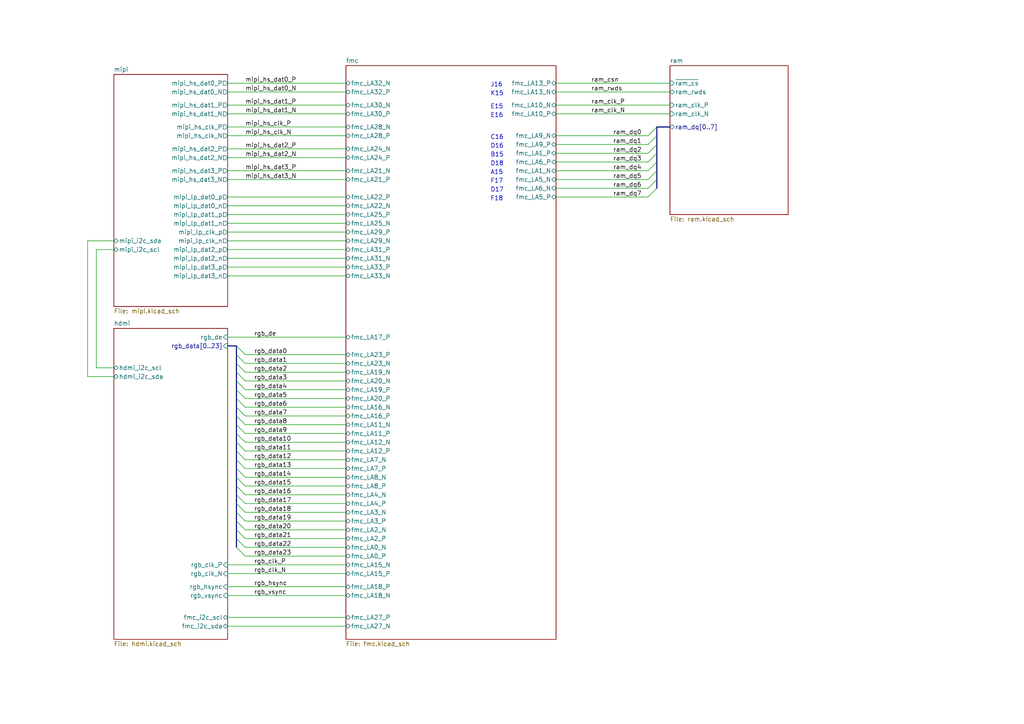
<source format=kicad_sch>
(kicad_sch
	(version 20250114)
	(generator "eeschema")
	(generator_version "9.0")
	(uuid "d19e166d-341d-462a-80b4-f2bdffaa1825")
	(paper "A4")
	(title_block
		(title "Overview")
		(date "2025")
		(rev "1")
		(company "Konstantin Schauwecker")
	)
	(lib_symbols)
	(text "D17"
		(exclude_from_sim no)
		(at 142.24 55.88 0)
		(effects
			(font
				(size 1.27 1.27)
			)
			(justify left bottom)
		)
		(uuid "0b8a4448-2094-4f78-8018-32958151849a")
	)
	(text "K15"
		(exclude_from_sim no)
		(at 142.24 27.94 0)
		(effects
			(font
				(size 1.27 1.27)
			)
			(justify left bottom)
		)
		(uuid "0b916f00-748d-45de-966d-d952abc6bf2b")
	)
	(text "A15"
		(exclude_from_sim no)
		(at 142.24 50.8 0)
		(effects
			(font
				(size 1.27 1.27)
			)
			(justify left bottom)
		)
		(uuid "1924c8fe-c4a4-4078-bd9e-f04cd2b6f384")
	)
	(text "C16"
		(exclude_from_sim no)
		(at 142.24 40.64 0)
		(effects
			(font
				(size 1.27 1.27)
			)
			(justify left bottom)
		)
		(uuid "1ed00d02-4b5a-4fcf-97a5-aa6eab095fd2")
	)
	(text "F17"
		(exclude_from_sim no)
		(at 142.24 53.34 0)
		(effects
			(font
				(size 1.27 1.27)
			)
			(justify left bottom)
		)
		(uuid "42c3028c-83f1-4eac-9ef7-0a9918c55198")
	)
	(text "E15"
		(exclude_from_sim no)
		(at 142.24 31.75 0)
		(effects
			(font
				(size 1.27 1.27)
			)
			(justify left bottom)
		)
		(uuid "6e443331-bd55-43dc-bfad-3248112e8b41")
	)
	(text "J16"
		(exclude_from_sim no)
		(at 142.24 25.4 0)
		(effects
			(font
				(size 1.27 1.27)
			)
			(justify left bottom)
		)
		(uuid "7175d92c-f100-444d-871f-fd4ca56b1b59")
	)
	(text "B15"
		(exclude_from_sim no)
		(at 142.24 45.72 0)
		(effects
			(font
				(size 1.27 1.27)
			)
			(justify left bottom)
		)
		(uuid "76067b58-b33b-4818-91a4-586c6ac9cf21")
	)
	(text "E16"
		(exclude_from_sim no)
		(at 142.24 34.29 0)
		(effects
			(font
				(size 1.27 1.27)
			)
			(justify left bottom)
		)
		(uuid "cba50359-c097-4aaf-88ea-e27a7705cfb5")
	)
	(text "F18"
		(exclude_from_sim no)
		(at 142.24 58.42 0)
		(effects
			(font
				(size 1.27 1.27)
			)
			(justify left bottom)
		)
		(uuid "cc3d2b01-2836-43b0-92ab-98f43b1b687a")
	)
	(text "D16"
		(exclude_from_sim no)
		(at 142.24 43.18 0)
		(effects
			(font
				(size 1.27 1.27)
			)
			(justify left bottom)
		)
		(uuid "ccd5f6ff-4214-4d5b-aaa8-b7ba32ed3b82")
	)
	(text "D18"
		(exclude_from_sim no)
		(at 142.24 48.26 0)
		(effects
			(font
				(size 1.27 1.27)
			)
			(justify left bottom)
		)
		(uuid "f033cbfc-1b85-48cd-a91c-76788a735c15")
	)
	(bus_entry
		(at 190.5 36.83)
		(size -2.54 2.54)
		(stroke
			(width 0)
			(type default)
		)
		(uuid "01e235bc-83af-410c-ae81-08adc21cd9af")
	)
	(bus_entry
		(at 68.58 156.21)
		(size 2.54 2.54)
		(stroke
			(width 0)
			(type default)
		)
		(uuid "0556cfbe-024c-4063-9426-e27e03e2a477")
	)
	(bus_entry
		(at 68.58 146.05)
		(size 2.54 2.54)
		(stroke
			(width 0)
			(type default)
		)
		(uuid "195384ae-7b6f-4072-90f2-984dc12b9693")
	)
	(bus_entry
		(at 68.58 113.03)
		(size 2.54 2.54)
		(stroke
			(width 0)
			(type default)
		)
		(uuid "24fc9be7-4d8d-4070-83c5-a2423362e6f5")
	)
	(bus_entry
		(at 190.5 39.37)
		(size -2.54 2.54)
		(stroke
			(width 0)
			(type default)
		)
		(uuid "2a3e9780-5fb1-4193-85a3-88aabd4b7f7c")
	)
	(bus_entry
		(at 68.58 123.19)
		(size 2.54 2.54)
		(stroke
			(width 0)
			(type default)
		)
		(uuid "2f6c63bf-019c-4495-b9a8-599f2a205f23")
	)
	(bus_entry
		(at 68.58 120.65)
		(size 2.54 2.54)
		(stroke
			(width 0)
			(type default)
		)
		(uuid "48e9877e-47f0-4343-aef5-61b98522f877")
	)
	(bus_entry
		(at 68.58 140.97)
		(size 2.54 2.54)
		(stroke
			(width 0)
			(type default)
		)
		(uuid "49fb9bda-c4d1-47eb-9a97-44274b544aee")
	)
	(bus_entry
		(at 68.58 133.35)
		(size 2.54 2.54)
		(stroke
			(width 0)
			(type default)
		)
		(uuid "4dc04be5-e4dd-40f8-9d3a-4185f6cc66a4")
	)
	(bus_entry
		(at 68.58 115.57)
		(size 2.54 2.54)
		(stroke
			(width 0)
			(type default)
		)
		(uuid "4ed1f892-80a0-4acd-b7b8-2af221c4da72")
	)
	(bus_entry
		(at 190.5 46.99)
		(size -2.54 2.54)
		(stroke
			(width 0)
			(type default)
		)
		(uuid "52680317-9e01-4378-a3b5-eced5e51fd8a")
	)
	(bus_entry
		(at 68.58 130.81)
		(size 2.54 2.54)
		(stroke
			(width 0)
			(type default)
		)
		(uuid "533485cd-4176-4326-8738-91c6a767e26b")
	)
	(bus_entry
		(at 68.58 143.51)
		(size 2.54 2.54)
		(stroke
			(width 0)
			(type default)
		)
		(uuid "5c018f4a-dbf8-46c0-b736-f5247eff7713")
	)
	(bus_entry
		(at 68.58 151.13)
		(size 2.54 2.54)
		(stroke
			(width 0)
			(type default)
		)
		(uuid "5e50d0d0-69a9-4593-9fbb-64fba8b69eae")
	)
	(bus_entry
		(at 68.58 107.95)
		(size 2.54 2.54)
		(stroke
			(width 0)
			(type default)
		)
		(uuid "69d6c65c-de18-45ce-a3f5-b7d89d5b3411")
	)
	(bus_entry
		(at 68.58 158.75)
		(size 2.54 2.54)
		(stroke
			(width 0)
			(type default)
		)
		(uuid "7369bb31-b59a-4bdd-b525-152db8650e00")
	)
	(bus_entry
		(at 190.5 52.07)
		(size -2.54 2.54)
		(stroke
			(width 0)
			(type default)
		)
		(uuid "800262dc-21fa-47b0-8045-caabf365bae3")
	)
	(bus_entry
		(at 190.5 41.91)
		(size -2.54 2.54)
		(stroke
			(width 0)
			(type default)
		)
		(uuid "86107f30-9701-441d-b1d9-5251180b231d")
	)
	(bus_entry
		(at 68.58 102.87)
		(size 2.54 2.54)
		(stroke
			(width 0)
			(type default)
		)
		(uuid "9c5ee1d0-7315-431d-96bb-890fe6c693d6")
	)
	(bus_entry
		(at 68.58 128.27)
		(size 2.54 2.54)
		(stroke
			(width 0)
			(type default)
		)
		(uuid "9e6c87dd-9629-4851-98d9-80d71b4250eb")
	)
	(bus_entry
		(at 68.58 135.89)
		(size 2.54 2.54)
		(stroke
			(width 0)
			(type default)
		)
		(uuid "a57fec37-ff91-4699-ba38-6790175d96eb")
	)
	(bus_entry
		(at 68.58 110.49)
		(size 2.54 2.54)
		(stroke
			(width 0)
			(type default)
		)
		(uuid "a93227d3-3292-4bc2-8ea5-fff9443a0c24")
	)
	(bus_entry
		(at 68.58 118.11)
		(size 2.54 2.54)
		(stroke
			(width 0)
			(type default)
		)
		(uuid "c4a5c4e9-53db-4006-971c-d603515bde20")
	)
	(bus_entry
		(at 68.58 153.67)
		(size 2.54 2.54)
		(stroke
			(width 0)
			(type default)
		)
		(uuid "d96106bf-65ec-463a-8d28-5e2faf8fbc66")
	)
	(bus_entry
		(at 190.5 44.45)
		(size -2.54 2.54)
		(stroke
			(width 0)
			(type default)
		)
		(uuid "e5794df6-b16f-4c80-ab0c-8ff4668cf6ba")
	)
	(bus_entry
		(at 68.58 125.73)
		(size 2.54 2.54)
		(stroke
			(width 0)
			(type default)
		)
		(uuid "f3f23ca4-ee2b-45b6-a31d-9f066633b4b6")
	)
	(bus_entry
		(at 190.5 54.61)
		(size -2.54 2.54)
		(stroke
			(width 0)
			(type default)
		)
		(uuid "f5da126e-63c7-4fd0-aa72-fcf0f751d529")
	)
	(bus_entry
		(at 68.58 138.43)
		(size 2.54 2.54)
		(stroke
			(width 0)
			(type default)
		)
		(uuid "fa941b25-f8ee-48d6-af3d-3c4eef15bc54")
	)
	(bus_entry
		(at 68.58 105.41)
		(size 2.54 2.54)
		(stroke
			(width 0)
			(type default)
		)
		(uuid "fd8ab069-3000-4c0a-8f6c-7fbe2f9ee42b")
	)
	(bus_entry
		(at 68.58 148.59)
		(size 2.54 2.54)
		(stroke
			(width 0)
			(type default)
		)
		(uuid "fe6499fa-220f-4d5b-9574-32e6b82a8ae3")
	)
	(bus_entry
		(at 190.5 49.53)
		(size -2.54 2.54)
		(stroke
			(width 0)
			(type default)
		)
		(uuid "ff9882ac-09f5-4d70-8d81-5b6ab58465f7")
	)
	(bus_entry
		(at 68.58 100.33)
		(size 2.54 2.54)
		(stroke
			(width 0)
			(type default)
		)
		(uuid "ffe50cae-9f18-414d-8654-895f39e7b57f")
	)
	(wire
		(pts
			(xy 161.29 49.53) (xy 187.96 49.53)
		)
		(stroke
			(width 0)
			(type default)
		)
		(uuid "046cdf68-0e51-4868-96c0-9b9b4df64581")
	)
	(wire
		(pts
			(xy 71.12 118.11) (xy 100.33 118.11)
		)
		(stroke
			(width 0)
			(type default)
		)
		(uuid "089dd3db-d886-407b-b143-46bd69e774a6")
	)
	(wire
		(pts
			(xy 161.29 44.45) (xy 187.96 44.45)
		)
		(stroke
			(width 0)
			(type default)
		)
		(uuid "09d0dfc5-1f08-49d5-a10a-4837128aadfa")
	)
	(bus
		(pts
			(xy 68.58 118.11) (xy 68.58 120.65)
		)
		(stroke
			(width 0)
			(type default)
		)
		(uuid "0dbed6d5-c739-4d20-8057-145f1a895def")
	)
	(bus
		(pts
			(xy 190.5 49.53) (xy 190.5 52.07)
		)
		(stroke
			(width 0)
			(type default)
		)
		(uuid "0ebef8f2-45b6-45dc-b308-b40cc1859e98")
	)
	(wire
		(pts
			(xy 71.12 120.65) (xy 100.33 120.65)
		)
		(stroke
			(width 0)
			(type default)
		)
		(uuid "10f5afd5-384c-4290-a1b4-ef6e4847115d")
	)
	(wire
		(pts
			(xy 27.94 72.39) (xy 33.02 72.39)
		)
		(stroke
			(width 0)
			(type default)
		)
		(uuid "147fa574-515f-4a08-8a3a-367dddb777f8")
	)
	(wire
		(pts
			(xy 66.04 59.69) (xy 100.33 59.69)
		)
		(stroke
			(width 0)
			(type default)
		)
		(uuid "1ad3b0c4-1a41-4126-a20a-f767965917cc")
	)
	(wire
		(pts
			(xy 66.04 74.93) (xy 100.33 74.93)
		)
		(stroke
			(width 0)
			(type default)
		)
		(uuid "1e044d82-8b07-4fc0-92a7-5bcbb1a18865")
	)
	(wire
		(pts
			(xy 71.12 128.27) (xy 100.33 128.27)
		)
		(stroke
			(width 0)
			(type default)
		)
		(uuid "1e934235-86e4-4687-8f78-c1dfaca5d8ba")
	)
	(bus
		(pts
			(xy 68.58 148.59) (xy 68.58 151.13)
		)
		(stroke
			(width 0)
			(type default)
		)
		(uuid "1f9fdc4a-1f13-4b57-8f1c-873201ff0db6")
	)
	(wire
		(pts
			(xy 71.12 125.73) (xy 100.33 125.73)
		)
		(stroke
			(width 0)
			(type default)
		)
		(uuid "26a55805-f6de-44c1-b284-15871a33ec3a")
	)
	(wire
		(pts
			(xy 66.04 77.47) (xy 100.33 77.47)
		)
		(stroke
			(width 0)
			(type default)
		)
		(uuid "2c1b11e6-f223-4f1a-8afe-941d1f04dd83")
	)
	(wire
		(pts
			(xy 66.04 49.53) (xy 100.33 49.53)
		)
		(stroke
			(width 0)
			(type default)
		)
		(uuid "32b83737-5aa7-45dd-a708-3d24b324ad6b")
	)
	(wire
		(pts
			(xy 66.04 166.37) (xy 100.33 166.37)
		)
		(stroke
			(width 0)
			(type default)
		)
		(uuid "35f77849-eab3-48aa-a08a-bf66e9679d7c")
	)
	(wire
		(pts
			(xy 66.04 179.07) (xy 100.33 179.07)
		)
		(stroke
			(width 0)
			(type default)
		)
		(uuid "38c9c68b-d359-484d-a38a-861f9be603c2")
	)
	(bus
		(pts
			(xy 68.58 110.49) (xy 68.58 113.03)
		)
		(stroke
			(width 0)
			(type default)
		)
		(uuid "3af518a4-e61d-4674-ab0f-483db014d6b8")
	)
	(wire
		(pts
			(xy 71.12 130.81) (xy 100.33 130.81)
		)
		(stroke
			(width 0)
			(type default)
		)
		(uuid "3b8fd39e-58a4-4d5d-8c34-0bcc92d98fc5")
	)
	(wire
		(pts
			(xy 66.04 170.18) (xy 100.33 170.18)
		)
		(stroke
			(width 0)
			(type default)
		)
		(uuid "3bb1f6aa-053f-41d3-ac78-8a0a42140be4")
	)
	(wire
		(pts
			(xy 71.12 115.57) (xy 100.33 115.57)
		)
		(stroke
			(width 0)
			(type default)
		)
		(uuid "44db7dc5-fcfb-4dce-a76f-3f96bf4db116")
	)
	(bus
		(pts
			(xy 194.31 36.83) (xy 190.5 36.83)
		)
		(stroke
			(width 0)
			(type default)
		)
		(uuid "45720bf4-79c7-422c-80ff-160d6c5f97aa")
	)
	(wire
		(pts
			(xy 71.12 135.89) (xy 100.33 135.89)
		)
		(stroke
			(width 0)
			(type default)
		)
		(uuid "4843d4b4-6d1c-4c4f-afa6-e9fc9527747f")
	)
	(wire
		(pts
			(xy 71.12 123.19) (xy 100.33 123.19)
		)
		(stroke
			(width 0)
			(type default)
		)
		(uuid "4ab10550-ec15-45c5-ac65-72ceeec92db9")
	)
	(wire
		(pts
			(xy 71.12 148.59) (xy 100.33 148.59)
		)
		(stroke
			(width 0)
			(type default)
		)
		(uuid "55edcea6-200f-4e99-b93c-a7c1b6717b86")
	)
	(wire
		(pts
			(xy 71.12 138.43) (xy 100.33 138.43)
		)
		(stroke
			(width 0)
			(type default)
		)
		(uuid "56a8cfd7-52e3-4ea7-adbd-13195436c347")
	)
	(bus
		(pts
			(xy 68.58 113.03) (xy 68.58 115.57)
		)
		(stroke
			(width 0)
			(type default)
		)
		(uuid "59280b5e-99e5-45c2-9ec6-99ec60786f3c")
	)
	(bus
		(pts
			(xy 68.58 135.89) (xy 68.58 138.43)
		)
		(stroke
			(width 0)
			(type default)
		)
		(uuid "59c1a84b-1af2-4725-88e5-15c7b7585b6c")
	)
	(wire
		(pts
			(xy 66.04 57.15) (xy 100.33 57.15)
		)
		(stroke
			(width 0)
			(type default)
		)
		(uuid "5bf47412-f261-4dab-92e4-bd40cd85ff97")
	)
	(wire
		(pts
			(xy 33.02 106.68) (xy 27.94 106.68)
		)
		(stroke
			(width 0)
			(type default)
		)
		(uuid "5d81ff70-faed-477e-9688-84edc6d009ae")
	)
	(bus
		(pts
			(xy 68.58 153.67) (xy 68.58 156.21)
		)
		(stroke
			(width 0)
			(type default)
		)
		(uuid "5e3f4a99-a588-4df3-b3f7-1559a77defe4")
	)
	(wire
		(pts
			(xy 66.04 39.37) (xy 100.33 39.37)
		)
		(stroke
			(width 0)
			(type default)
		)
		(uuid "605e2e6b-76c3-45eb-a1b0-8e9f047d3909")
	)
	(bus
		(pts
			(xy 68.58 156.21) (xy 68.58 158.75)
		)
		(stroke
			(width 0)
			(type default)
		)
		(uuid "667ab260-e8b2-4776-ad7f-55fa0bf22535")
	)
	(wire
		(pts
			(xy 71.12 140.97) (xy 100.33 140.97)
		)
		(stroke
			(width 0)
			(type default)
		)
		(uuid "69378cb0-cfc1-4102-ad3b-775add2f49d6")
	)
	(bus
		(pts
			(xy 190.5 39.37) (xy 190.5 41.91)
		)
		(stroke
			(width 0)
			(type default)
		)
		(uuid "6bbdde4e-e32c-423f-a5b0-636caa7716c9")
	)
	(wire
		(pts
			(xy 66.04 26.67) (xy 100.33 26.67)
		)
		(stroke
			(width 0)
			(type default)
		)
		(uuid "6eff4a36-c4bb-4d14-b9c6-3a05e3f64967")
	)
	(bus
		(pts
			(xy 68.58 133.35) (xy 68.58 135.89)
		)
		(stroke
			(width 0)
			(type default)
		)
		(uuid "6ffbce4f-0865-4335-abda-ef0752a0f6bf")
	)
	(wire
		(pts
			(xy 66.04 33.02) (xy 100.33 33.02)
		)
		(stroke
			(width 0)
			(type default)
		)
		(uuid "72a47442-59bb-440a-8e12-300593b54672")
	)
	(wire
		(pts
			(xy 71.12 143.51) (xy 100.33 143.51)
		)
		(stroke
			(width 0)
			(type default)
		)
		(uuid "75b9671c-de7b-4a20-bc41-d63dbc60040b")
	)
	(bus
		(pts
			(xy 68.58 143.51) (xy 68.58 146.05)
		)
		(stroke
			(width 0)
			(type default)
		)
		(uuid "770a6c71-2085-4a59-8f6c-f39a2275b6ec")
	)
	(wire
		(pts
			(xy 33.02 69.85) (xy 25.4 69.85)
		)
		(stroke
			(width 0)
			(type default)
		)
		(uuid "79387c5d-5c73-4476-8aad-e6890844f98d")
	)
	(wire
		(pts
			(xy 66.04 67.31) (xy 100.33 67.31)
		)
		(stroke
			(width 0)
			(type default)
		)
		(uuid "793e66da-38d1-48dc-90a0-09fc1b6b3dc2")
	)
	(bus
		(pts
			(xy 68.58 140.97) (xy 68.58 143.51)
		)
		(stroke
			(width 0)
			(type default)
		)
		(uuid "7a2e7a4f-f730-4ed1-843b-ff59281f9cb9")
	)
	(wire
		(pts
			(xy 71.12 153.67) (xy 100.33 153.67)
		)
		(stroke
			(width 0)
			(type default)
		)
		(uuid "7b36c33f-5d51-4b73-af7f-ed490cc082b4")
	)
	(wire
		(pts
			(xy 71.12 113.03) (xy 100.33 113.03)
		)
		(stroke
			(width 0)
			(type default)
		)
		(uuid "7ce4dfaa-9727-438b-967f-3a1451130fe8")
	)
	(wire
		(pts
			(xy 66.04 45.72) (xy 100.33 45.72)
		)
		(stroke
			(width 0)
			(type default)
		)
		(uuid "7e908fe9-78bb-4877-817d-de6076a04bc5")
	)
	(wire
		(pts
			(xy 161.29 24.13) (xy 194.31 24.13)
		)
		(stroke
			(width 0)
			(type default)
		)
		(uuid "9127cf84-efd7-4ffa-83bd-fd8b9440f557")
	)
	(wire
		(pts
			(xy 71.12 156.21) (xy 100.33 156.21)
		)
		(stroke
			(width 0)
			(type default)
		)
		(uuid "91c23962-96be-44e2-8474-4be40a0cbb04")
	)
	(wire
		(pts
			(xy 71.12 107.95) (xy 100.33 107.95)
		)
		(stroke
			(width 0)
			(type default)
		)
		(uuid "9248da9c-4eb3-490c-8f4a-bbc9bb016a6d")
	)
	(wire
		(pts
			(xy 66.04 69.85) (xy 100.33 69.85)
		)
		(stroke
			(width 0)
			(type default)
		)
		(uuid "92a73380-b3b0-4c9b-ae1e-5095c5018959")
	)
	(wire
		(pts
			(xy 27.94 72.39) (xy 27.94 106.68)
		)
		(stroke
			(width 0)
			(type default)
		)
		(uuid "938e2e7d-b506-4554-befa-abb6ce165372")
	)
	(wire
		(pts
			(xy 66.04 172.72) (xy 100.33 172.72)
		)
		(stroke
			(width 0)
			(type default)
		)
		(uuid "97e1deee-9a5e-4092-a7ed-8c112ac607c1")
	)
	(wire
		(pts
			(xy 66.04 80.01) (xy 100.33 80.01)
		)
		(stroke
			(width 0)
			(type default)
		)
		(uuid "98ce243d-52c3-4a9b-8881-fbefc30f6c0d")
	)
	(wire
		(pts
			(xy 161.29 33.02) (xy 194.31 33.02)
		)
		(stroke
			(width 0)
			(type default)
		)
		(uuid "9b97424f-726b-4eea-94e4-924b83ff8a57")
	)
	(wire
		(pts
			(xy 161.29 54.61) (xy 187.96 54.61)
		)
		(stroke
			(width 0)
			(type default)
		)
		(uuid "9c4e9fa0-93a6-4804-9b62-7a107a47f9b2")
	)
	(wire
		(pts
			(xy 161.29 52.07) (xy 187.96 52.07)
		)
		(stroke
			(width 0)
			(type default)
		)
		(uuid "9e496516-d698-43db-8435-332892abc313")
	)
	(wire
		(pts
			(xy 161.29 57.15) (xy 187.96 57.15)
		)
		(stroke
			(width 0)
			(type default)
		)
		(uuid "a06bede7-1d59-4f64-926b-b9d149c1acf4")
	)
	(wire
		(pts
			(xy 161.29 46.99) (xy 187.96 46.99)
		)
		(stroke
			(width 0)
			(type default)
		)
		(uuid "a44782f0-f6c9-4a3b-91ff-28580ee9a955")
	)
	(wire
		(pts
			(xy 71.12 133.35) (xy 100.33 133.35)
		)
		(stroke
			(width 0)
			(type default)
		)
		(uuid "a486281b-6951-4989-a6df-5b6c8e453ab5")
	)
	(bus
		(pts
			(xy 68.58 120.65) (xy 68.58 123.19)
		)
		(stroke
			(width 0)
			(type default)
		)
		(uuid "a57f0187-07f0-464c-b01d-594a4eb992b1")
	)
	(wire
		(pts
			(xy 71.12 105.41) (xy 100.33 105.41)
		)
		(stroke
			(width 0)
			(type default)
		)
		(uuid "a84bfe20-b628-44a4-b805-3e13819d4f57")
	)
	(wire
		(pts
			(xy 66.04 24.13) (xy 100.33 24.13)
		)
		(stroke
			(width 0)
			(type default)
		)
		(uuid "a860d1da-6514-4df6-ba5f-b258a17426e0")
	)
	(bus
		(pts
			(xy 190.5 46.99) (xy 190.5 49.53)
		)
		(stroke
			(width 0)
			(type default)
		)
		(uuid "af44a6e8-664f-4aeb-9e15-88dcc2d1b228")
	)
	(bus
		(pts
			(xy 68.58 146.05) (xy 68.58 148.59)
		)
		(stroke
			(width 0)
			(type default)
		)
		(uuid "b04b77e1-733f-4063-ab7b-e7e704281757")
	)
	(wire
		(pts
			(xy 66.04 43.18) (xy 100.33 43.18)
		)
		(stroke
			(width 0)
			(type default)
		)
		(uuid "b5d91732-0cbc-451c-8c5a-c0a76b86bb2c")
	)
	(bus
		(pts
			(xy 190.5 44.45) (xy 190.5 46.99)
		)
		(stroke
			(width 0)
			(type default)
		)
		(uuid "b9a02b16-65e2-4b95-94cf-32cb6aaf5ddc")
	)
	(wire
		(pts
			(xy 66.04 62.23) (xy 100.33 62.23)
		)
		(stroke
			(width 0)
			(type default)
		)
		(uuid "b9cd9e71-64dd-443c-a707-4c6dead01db5")
	)
	(bus
		(pts
			(xy 190.5 52.07) (xy 190.5 54.61)
		)
		(stroke
			(width 0)
			(type default)
		)
		(uuid "ba5227c3-8a39-43f2-9d11-e50e9b134547")
	)
	(wire
		(pts
			(xy 66.04 30.48) (xy 100.33 30.48)
		)
		(stroke
			(width 0)
			(type default)
		)
		(uuid "bb1fd890-013a-465d-81ed-1491798a7980")
	)
	(wire
		(pts
			(xy 66.04 52.07) (xy 100.33 52.07)
		)
		(stroke
			(width 0)
			(type default)
		)
		(uuid "bf3a93a6-366a-4e55-9c79-1ca5818ea59e")
	)
	(wire
		(pts
			(xy 71.12 146.05) (xy 100.33 146.05)
		)
		(stroke
			(width 0)
			(type default)
		)
		(uuid "c0b77881-97fa-47b8-924e-24314d37d830")
	)
	(bus
		(pts
			(xy 190.5 41.91) (xy 190.5 44.45)
		)
		(stroke
			(width 0)
			(type default)
		)
		(uuid "c191bd67-e75f-41b5-9551-c4c2ad3e39c4")
	)
	(wire
		(pts
			(xy 71.12 158.75) (xy 100.33 158.75)
		)
		(stroke
			(width 0)
			(type default)
		)
		(uuid "c26492e1-72e6-4952-be3c-267f7f24e3e6")
	)
	(bus
		(pts
			(xy 66.04 100.33) (xy 68.58 100.33)
		)
		(stroke
			(width 0)
			(type default)
		)
		(uuid "c412e3ed-e8ba-42ca-bbc1-c8e3e3a035a4")
	)
	(wire
		(pts
			(xy 161.29 41.91) (xy 187.96 41.91)
		)
		(stroke
			(width 0)
			(type default)
		)
		(uuid "c472eee2-558a-49d0-812e-7f728226a3fa")
	)
	(bus
		(pts
			(xy 68.58 105.41) (xy 68.58 107.95)
		)
		(stroke
			(width 0)
			(type default)
		)
		(uuid "caf5661b-255c-4d9e-8df1-a1cf6767f5e0")
	)
	(wire
		(pts
			(xy 66.04 64.77) (xy 100.33 64.77)
		)
		(stroke
			(width 0)
			(type default)
		)
		(uuid "ccc6a8a9-3e7f-41c9-9c0a-7f2207aa6ee3")
	)
	(bus
		(pts
			(xy 68.58 102.87) (xy 68.58 105.41)
		)
		(stroke
			(width 0)
			(type default)
		)
		(uuid "d26fa239-f4bc-4142-91be-fa6601f75061")
	)
	(wire
		(pts
			(xy 71.12 161.29) (xy 100.33 161.29)
		)
		(stroke
			(width 0)
			(type default)
		)
		(uuid "d468b431-1bc9-4e17-857b-bd5bb4f04107")
	)
	(bus
		(pts
			(xy 68.58 138.43) (xy 68.58 140.97)
		)
		(stroke
			(width 0)
			(type default)
		)
		(uuid "d5b04cc4-70c4-42be-bc77-d2a319bab439")
	)
	(bus
		(pts
			(xy 68.58 128.27) (xy 68.58 130.81)
		)
		(stroke
			(width 0)
			(type default)
		)
		(uuid "d9a929de-0acf-4de2-92d2-f6b5b212b30c")
	)
	(wire
		(pts
			(xy 66.04 97.79) (xy 100.33 97.79)
		)
		(stroke
			(width 0)
			(type default)
		)
		(uuid "da5eec22-262d-4a5b-9ee6-5d1e7c2194a3")
	)
	(wire
		(pts
			(xy 71.12 102.87) (xy 100.33 102.87)
		)
		(stroke
			(width 0)
			(type default)
		)
		(uuid "e0843e90-1f2e-4431-ab93-a47d9fd20cde")
	)
	(bus
		(pts
			(xy 68.58 123.19) (xy 68.58 125.73)
		)
		(stroke
			(width 0)
			(type default)
		)
		(uuid "e15f33c5-95f7-4f3f-a0f5-143654d351af")
	)
	(bus
		(pts
			(xy 68.58 107.95) (xy 68.58 110.49)
		)
		(stroke
			(width 0)
			(type default)
		)
		(uuid "e242b67e-ce11-4ed0-b716-428a378dba1d")
	)
	(wire
		(pts
			(xy 25.4 69.85) (xy 25.4 109.22)
		)
		(stroke
			(width 0)
			(type default)
		)
		(uuid "e2e1b016-fcdb-4f9e-88a6-a1788ecc93e5")
	)
	(wire
		(pts
			(xy 66.04 181.61) (xy 100.33 181.61)
		)
		(stroke
			(width 0)
			(type default)
		)
		(uuid "e5c9c077-e506-4154-8683-e5e4f1afc0b2")
	)
	(bus
		(pts
			(xy 190.5 36.83) (xy 190.5 39.37)
		)
		(stroke
			(width 0)
			(type default)
		)
		(uuid "e6d26ed1-75cd-41de-8aca-52cc3d90ffb1")
	)
	(wire
		(pts
			(xy 71.12 151.13) (xy 100.33 151.13)
		)
		(stroke
			(width 0)
			(type default)
		)
		(uuid "e7cef231-1463-4243-91ba-651226f19ed2")
	)
	(wire
		(pts
			(xy 161.29 39.37) (xy 187.96 39.37)
		)
		(stroke
			(width 0)
			(type default)
		)
		(uuid "e837c10b-c831-4167-bc9f-a46e962bfe08")
	)
	(wire
		(pts
			(xy 66.04 72.39) (xy 100.33 72.39)
		)
		(stroke
			(width 0)
			(type default)
		)
		(uuid "eb3c53ab-8155-4be6-9d05-079988116d9a")
	)
	(wire
		(pts
			(xy 71.12 110.49) (xy 100.33 110.49)
		)
		(stroke
			(width 0)
			(type default)
		)
		(uuid "ebadd61b-0489-4264-8b29-1e9f3f105f2c")
	)
	(wire
		(pts
			(xy 66.04 163.83) (xy 100.33 163.83)
		)
		(stroke
			(width 0)
			(type default)
		)
		(uuid "ef0a093d-7780-4ce9-a6c0-a12a3c2c3419")
	)
	(wire
		(pts
			(xy 25.4 109.22) (xy 33.02 109.22)
		)
		(stroke
			(width 0)
			(type default)
		)
		(uuid "f1dab477-cba7-4c6e-9b9b-2a5996cc9b0b")
	)
	(bus
		(pts
			(xy 68.58 130.81) (xy 68.58 133.35)
		)
		(stroke
			(width 0)
			(type default)
		)
		(uuid "f1e3a325-8f79-4d80-b39f-a0eb1a524bc0")
	)
	(bus
		(pts
			(xy 68.58 115.57) (xy 68.58 118.11)
		)
		(stroke
			(width 0)
			(type default)
		)
		(uuid "f2f64050-79b4-46f5-aea1-d4c800753172")
	)
	(bus
		(pts
			(xy 68.58 100.33) (xy 68.58 102.87)
		)
		(stroke
			(width 0)
			(type default)
		)
		(uuid "f3212afc-0f1c-4423-a2dd-4a4769f0c171")
	)
	(wire
		(pts
			(xy 161.29 26.67) (xy 194.31 26.67)
		)
		(stroke
			(width 0)
			(type default)
		)
		(uuid "f655a92e-02f7-4cd4-aabb-88329e4fda2c")
	)
	(wire
		(pts
			(xy 66.04 36.83) (xy 100.33 36.83)
		)
		(stroke
			(width 0)
			(type default)
		)
		(uuid "fc413a52-5601-4244-994f-8b1f5cd1993b")
	)
	(wire
		(pts
			(xy 161.29 30.48) (xy 194.31 30.48)
		)
		(stroke
			(width 0)
			(type default)
		)
		(uuid "ff63fa15-4715-4939-b6e2-c33d48b32f4c")
	)
	(bus
		(pts
			(xy 68.58 125.73) (xy 68.58 128.27)
		)
		(stroke
			(width 0)
			(type default)
		)
		(uuid "ff7ee9e0-442c-4789-8a71-07382a4d57a4")
	)
	(bus
		(pts
			(xy 68.58 151.13) (xy 68.58 153.67)
		)
		(stroke
			(width 0)
			(type default)
		)
		(uuid "ff91c9be-295a-482c-8798-88025b854b84")
	)
	(label "rgb_data17"
		(at 73.66 146.05 0)
		(effects
			(font
				(size 1.27 1.27)
			)
			(justify left bottom)
		)
		(uuid "01ed4564-268f-414a-b927-04c1a00505fb")
	)
	(label "rgb_data0"
		(at 73.66 102.87 0)
		(effects
			(font
				(size 1.27 1.27)
			)
			(justify left bottom)
		)
		(uuid "02ea61a2-2f84-4053-a266-9080a0a18083")
	)
	(label "ram_dq0"
		(at 177.8 39.37 0)
		(effects
			(font
				(size 1.27 1.27)
			)
			(justify left bottom)
		)
		(uuid "03e549ca-1e6b-4f86-8668-14e28820c09e")
	)
	(label "rgb_data14"
		(at 73.66 138.43 0)
		(effects
			(font
				(size 1.27 1.27)
			)
			(justify left bottom)
		)
		(uuid "051dacbc-040c-45f8-9659-8abd80ebba00")
	)
	(label "mipi_hs_dat3_N"
		(at 71.12 52.07 0)
		(effects
			(font
				(size 1.27 1.27)
			)
			(justify left bottom)
		)
		(uuid "0a79886a-a38b-4b54-9cb5-a3f7106209dc")
	)
	(label "rgb_data22"
		(at 73.66 158.75 0)
		(effects
			(font
				(size 1.27 1.27)
			)
			(justify left bottom)
		)
		(uuid "143b2ac6-dfa6-4595-bcac-402081bb629b")
	)
	(label "rgb_data2"
		(at 73.66 107.95 0)
		(effects
			(font
				(size 1.27 1.27)
			)
			(justify left bottom)
		)
		(uuid "15e22ce1-5c59-4662-8c88-6840c74ab6dd")
	)
	(label "ram_dq4"
		(at 177.8 49.53 0)
		(effects
			(font
				(size 1.27 1.27)
			)
			(justify left bottom)
		)
		(uuid "18ac36b0-1231-482d-9b52-e625bd3f121e")
	)
	(label "mipi_hs_clk_N"
		(at 71.12 39.37 0)
		(effects
			(font
				(size 1.27 1.27)
			)
			(justify left bottom)
		)
		(uuid "1ac3e10d-b715-43ac-8f81-667de2600744")
	)
	(label "mipi_hs_dat3_P"
		(at 71.12 49.53 0)
		(effects
			(font
				(size 1.27 1.27)
			)
			(justify left bottom)
		)
		(uuid "1ce267cc-94a7-4bbf-b298-049d6c31686c")
	)
	(label "rgb_data15"
		(at 73.66 140.97 0)
		(effects
			(font
				(size 1.27 1.27)
			)
			(justify left bottom)
		)
		(uuid "1ed88e7e-8574-4510-b914-99a239c89c68")
	)
	(label "ram_clk_N"
		(at 171.45 33.02 0)
		(effects
			(font
				(size 1.27 1.27)
			)
			(justify left bottom)
		)
		(uuid "2b8b3b08-2d2a-41d7-8bc1-0b0bff65fc75")
	)
	(label "rgb_data20"
		(at 73.66 153.67 0)
		(effects
			(font
				(size 1.27 1.27)
			)
			(justify left bottom)
		)
		(uuid "30bba5fb-e5d5-4b46-bc22-82e33d6fc9bb")
	)
	(label "rgb_clk_P"
		(at 73.66 163.83 0)
		(effects
			(font
				(size 1.27 1.27)
			)
			(justify left bottom)
		)
		(uuid "33ab38ef-7acf-4577-8972-c33ac13a359e")
	)
	(label "mipi_hs_dat2_N"
		(at 71.12 45.72 0)
		(effects
			(font
				(size 1.27 1.27)
			)
			(justify left bottom)
		)
		(uuid "40befbcc-6f8d-4c38-9921-1227fded95c3")
	)
	(label "rgb_de"
		(at 73.66 97.79 0)
		(effects
			(font
				(size 1.27 1.27)
			)
			(justify left bottom)
		)
		(uuid "4161041b-300c-4064-92d9-8d64d7dd1779")
	)
	(label "rgb_data9"
		(at 73.66 125.73 0)
		(effects
			(font
				(size 1.27 1.27)
			)
			(justify left bottom)
		)
		(uuid "44587c16-b826-4de7-9a42-baeecef33150")
	)
	(label "rgb_clk_N"
		(at 73.66 166.37 0)
		(effects
			(font
				(size 1.27 1.27)
			)
			(justify left bottom)
		)
		(uuid "535a97ae-bbee-49b1-84a3-812c3b6de806")
	)
	(label "ram_dq5"
		(at 177.8 52.07 0)
		(effects
			(font
				(size 1.27 1.27)
			)
			(justify left bottom)
		)
		(uuid "63e58699-76d6-4e49-b82a-448827d68f9f")
	)
	(label "rgb_data19"
		(at 73.66 151.13 0)
		(effects
			(font
				(size 1.27 1.27)
			)
			(justify left bottom)
		)
		(uuid "6c2e5072-610b-47b1-8ba5-28a1d1bd126b")
	)
	(label "mipi_hs_dat2_P"
		(at 71.12 43.18 0)
		(effects
			(font
				(size 1.27 1.27)
			)
			(justify left bottom)
		)
		(uuid "6e0d3ad2-500b-4d56-ba86-a6aaa2fc2650")
	)
	(label "ram_dq7"
		(at 177.8 57.15 0)
		(effects
			(font
				(size 1.27 1.27)
			)
			(justify left bottom)
		)
		(uuid "72fded16-7022-4556-9548-17676f123b55")
	)
	(label "mipi_hs_dat0_N"
		(at 71.12 26.67 0)
		(effects
			(font
				(size 1.27 1.27)
			)
			(justify left bottom)
		)
		(uuid "73ba5ed9-0b49-4806-b57b-4229b2fb4df4")
	)
	(label "rgb_data11"
		(at 73.66 130.81 0)
		(effects
			(font
				(size 1.27 1.27)
			)
			(justify left bottom)
		)
		(uuid "7bdd6387-1e4d-4e35-9ace-613a6c73c4d0")
	)
	(label "ram_csn"
		(at 171.45 24.13 0)
		(effects
			(font
				(size 1.27 1.27)
			)
			(justify left bottom)
		)
		(uuid "7ee78079-f545-40aa-8840-e241fcc5ec04")
	)
	(label "ram_dq2"
		(at 177.8 44.45 0)
		(effects
			(font
				(size 1.27 1.27)
			)
			(justify left bottom)
		)
		(uuid "8b0c526d-09f8-40e2-a27a-df22e37816f0")
	)
	(label "ram_clk_P"
		(at 171.45 30.48 0)
		(effects
			(font
				(size 1.27 1.27)
			)
			(justify left bottom)
		)
		(uuid "94a57041-6754-4ae0-bc3f-216883921f93")
	)
	(label "rgb_vsync"
		(at 73.66 172.72 0)
		(effects
			(font
				(size 1.27 1.27)
			)
			(justify left bottom)
		)
		(uuid "995a084f-651f-436f-9f3f-6339029d2298")
	)
	(label "rgb_data23"
		(at 73.66 161.29 0)
		(effects
			(font
				(size 1.27 1.27)
			)
			(justify left bottom)
		)
		(uuid "9bee83bb-6e83-489c-a034-164234905560")
	)
	(label "rgb_data21"
		(at 73.66 156.21 0)
		(effects
			(font
				(size 1.27 1.27)
			)
			(justify left bottom)
		)
		(uuid "a883855a-d525-455c-8a48-d45d987a2040")
	)
	(label "rgb_data3"
		(at 73.66 110.49 0)
		(effects
			(font
				(size 1.27 1.27)
			)
			(justify left bottom)
		)
		(uuid "aa593179-9288-4ff6-a6d9-ce71956cb138")
	)
	(label "mipi_hs_dat0_P"
		(at 71.12 24.13 0)
		(effects
			(font
				(size 1.27 1.27)
			)
			(justify left bottom)
		)
		(uuid "aabb7fa8-db78-403e-820c-81bd64e610bb")
	)
	(label "ram_dq3"
		(at 177.8 46.99 0)
		(effects
			(font
				(size 1.27 1.27)
			)
			(justify left bottom)
		)
		(uuid "b09ba13e-50de-4f12-872f-6f783155273b")
	)
	(label "rgb_data4"
		(at 73.66 113.03 0)
		(effects
			(font
				(size 1.27 1.27)
			)
			(justify left bottom)
		)
		(uuid "b67075e2-5567-4715-ab71-bec08dfd6ea7")
	)
	(label "rgb_data6"
		(at 73.66 118.11 0)
		(effects
			(font
				(size 1.27 1.27)
			)
			(justify left bottom)
		)
		(uuid "be51f96e-78ab-4df5-8dec-e7dcb558f0e7")
	)
	(label "mipi_hs_dat1_P"
		(at 71.12 30.48 0)
		(effects
			(font
				(size 1.27 1.27)
			)
			(justify left bottom)
		)
		(uuid "c015be8f-8e87-4a0a-856c-748f67f6f521")
	)
	(label "rgb_data8"
		(at 73.66 123.19 0)
		(effects
			(font
				(size 1.27 1.27)
			)
			(justify left bottom)
		)
		(uuid "c4e260e9-29c6-4113-8f8e-6809835f0584")
	)
	(label "ram_rwds"
		(at 171.45 26.67 0)
		(effects
			(font
				(size 1.27 1.27)
			)
			(justify left bottom)
		)
		(uuid "cd36c466-52fd-482f-a438-0f46b23b70fc")
	)
	(label "mipi_hs_dat1_N"
		(at 71.12 33.02 0)
		(effects
			(font
				(size 1.27 1.27)
			)
			(justify left bottom)
		)
		(uuid "d0ff47d3-e1c2-4e73-9b45-c617550675d8")
	)
	(label "rgb_hsync"
		(at 73.66 170.18 0)
		(effects
			(font
				(size 1.27 1.27)
			)
			(justify left bottom)
		)
		(uuid "d31a8bc8-d4ea-4d72-8458-ac007c19bcc5")
	)
	(label "rgb_data12"
		(at 73.66 133.35 0)
		(effects
			(font
				(size 1.27 1.27)
			)
			(justify left bottom)
		)
		(uuid "d5a176a8-1473-411b-8e8c-815aab06c4e2")
	)
	(label "rgb_data7"
		(at 73.66 120.65 0)
		(effects
			(font
				(size 1.27 1.27)
			)
			(justify left bottom)
		)
		(uuid "d64ef9a2-00e2-4980-b9b3-70a04ca6b347")
	)
	(label "ram_dq1"
		(at 177.8 41.91 0)
		(effects
			(font
				(size 1.27 1.27)
			)
			(justify left bottom)
		)
		(uuid "dba812aa-e605-4111-b51a-8fd6e3570264")
	)
	(label "rgb_data1"
		(at 73.66 105.41 0)
		(effects
			(font
				(size 1.27 1.27)
			)
			(justify left bottom)
		)
		(uuid "df8ea8e8-bb89-49b1-9400-316dbeae56d9")
	)
	(label "rgb_data18"
		(at 73.66 148.59 0)
		(effects
			(font
				(size 1.27 1.27)
			)
			(justify left bottom)
		)
		(uuid "e2dc8236-2606-4599-b3db-4264fe338de1")
	)
	(label "rgb_data13"
		(at 73.66 135.89 0)
		(effects
			(font
				(size 1.27 1.27)
			)
			(justify left bottom)
		)
		(uuid "e5c59e6b-8a94-4b2e-8494-06ca6a1936a3")
	)
	(label "ram_dq6"
		(at 177.8 54.61 0)
		(effects
			(font
				(size 1.27 1.27)
			)
			(justify left bottom)
		)
		(uuid "ef7ad943-0692-4f80-9a43-b0523c94fb31")
	)
	(label "rgb_data10"
		(at 73.66 128.27 0)
		(effects
			(font
				(size 1.27 1.27)
			)
			(justify left bottom)
		)
		(uuid "f31624ef-705f-47fc-a4d4-c828507f23e8")
	)
	(label "mipi_hs_clk_P"
		(at 71.12 36.83 0)
		(effects
			(font
				(size 1.27 1.27)
			)
			(justify left bottom)
		)
		(uuid "f60528bc-05ed-418b-bda4-7f6cc4d72597")
	)
	(label "rgb_data16"
		(at 73.66 143.51 0)
		(effects
			(font
				(size 1.27 1.27)
			)
			(justify left bottom)
		)
		(uuid "f87e6ab7-c900-43b3-8f09-de3a92f27a1b")
	)
	(label "rgb_data5"
		(at 73.66 115.57 0)
		(effects
			(font
				(size 1.27 1.27)
			)
			(justify left bottom)
		)
		(uuid "ffd067cf-5f0c-4f99-a410-5b2ec463d2e7")
	)
	(sheet
		(at 33.02 95.25)
		(size 33.02 90.17)
		(exclude_from_sim no)
		(in_bom yes)
		(on_board yes)
		(dnp no)
		(fields_autoplaced yes)
		(stroke
			(width 0.1524)
			(type solid)
		)
		(fill
			(color 0 0 0 0.0000)
		)
		(uuid "1457e6e0-ad1e-4378-a600-a6902f50d75d")
		(property "Sheetname" "hdmi"
			(at 33.02 94.5384 0)
			(effects
				(font
					(size 1.27 1.27)
				)
				(justify left bottom)
			)
		)
		(property "Sheetfile" "hdmi.kicad_sch"
			(at 33.02 186.0046 0)
			(effects
				(font
					(size 1.27 1.27)
				)
				(justify left top)
			)
		)
		(pin "rgb_de" input
			(at 66.04 97.79 0)
			(uuid "5f57bf91-8202-4a1d-ae8e-0cb8977ce68f")
			(effects
				(font
					(size 1.27 1.27)
				)
				(justify right)
			)
		)
		(pin "rgb_clk_P" input
			(at 66.04 163.83 0)
			(uuid "50c52bd0-ad26-4f0d-99d4-c5e2fcc74614")
			(effects
				(font
					(size 1.27 1.27)
				)
				(justify right)
			)
		)
		(pin "rgb_hsync" input
			(at 66.04 170.18 0)
			(uuid "6ab44cf0-9c18-45b7-9a29-22f764da7b7a")
			(effects
				(font
					(size 1.27 1.27)
				)
				(justify right)
			)
		)
		(pin "rgb_data[0..23]" input
			(at 66.04 100.33 0)
			(uuid "cf5b1022-8697-4686-92d3-e6fb3adf693b")
			(effects
				(font
					(size 1.27 1.27)
				)
				(justify right)
			)
		)
		(pin "rgb_clk_N" input
			(at 66.04 166.37 0)
			(uuid "442c9e7e-aaa8-41b0-8250-9637199c7aa2")
			(effects
				(font
					(size 1.27 1.27)
				)
				(justify right)
			)
		)
		(pin "rgb_vsync" input
			(at 66.04 172.72 0)
			(uuid "3d233860-dade-42b7-9f5a-22a92c923c2f")
			(effects
				(font
					(size 1.27 1.27)
				)
				(justify right)
			)
		)
		(pin "hdmi_i2c_scl" bidirectional
			(at 33.02 106.68 180)
			(uuid "6abdd3da-85f9-4519-9ec8-f562be9e6cee")
			(effects
				(font
					(size 1.27 1.27)
				)
				(justify left)
			)
		)
		(pin "hdmi_i2c_sda" bidirectional
			(at 33.02 109.22 180)
			(uuid "021b4b1e-bec9-46b3-a90d-dacd76f858cf")
			(effects
				(font
					(size 1.27 1.27)
				)
				(justify left)
			)
		)
		(pin "fmc_i2c_scl" bidirectional
			(at 66.04 179.07 0)
			(uuid "86567333-0a3d-41ce-b7b8-1f648c255666")
			(effects
				(font
					(size 1.27 1.27)
				)
				(justify right)
			)
		)
		(pin "fmc_i2c_sda" bidirectional
			(at 66.04 181.61 0)
			(uuid "7b429cfd-46e7-4424-94b3-7d474a3559f4")
			(effects
				(font
					(size 1.27 1.27)
				)
				(justify right)
			)
		)
		(instances
			(project "fmc-module"
				(path "/d19e166d-341d-462a-80b4-f2bdffaa1825"
					(page "3")
				)
			)
		)
	)
	(sheet
		(at 33.02 21.59)
		(size 33.02 67.31)
		(exclude_from_sim no)
		(in_bom yes)
		(on_board yes)
		(dnp no)
		(fields_autoplaced yes)
		(stroke
			(width 0.1524)
			(type solid)
		)
		(fill
			(color 0 0 0 0.0000)
		)
		(uuid "2bfdbefc-47fc-44ef-9192-0d13b5b4c52d")
		(property "Sheetname" "mipi"
			(at 33.02 20.8784 0)
			(effects
				(font
					(size 1.27 1.27)
				)
				(justify left bottom)
			)
		)
		(property "Sheetfile" "mipi.kicad_sch"
			(at 33.02 89.4846 0)
			(effects
				(font
					(size 1.27 1.27)
				)
				(justify left top)
			)
		)
		(pin "mipi_lp_dat0_p" output
			(at 66.04 57.15 0)
			(uuid "606c0256-618c-464c-ac20-6e5598bf5f72")
			(effects
				(font
					(size 1.27 1.27)
				)
				(justify right)
			)
		)
		(pin "mipi_hs_dat1_P" output
			(at 66.04 30.48 0)
			(uuid "bd08ea1e-7537-4638-8c51-69b3f6867697")
			(effects
				(font
					(size 1.27 1.27)
				)
				(justify right)
			)
		)
		(pin "mipi_hs_dat3_P" output
			(at 66.04 49.53 0)
			(uuid "507a114d-d196-4e03-9dd8-175c79b29de8")
			(effects
				(font
					(size 1.27 1.27)
				)
				(justify right)
			)
		)
		(pin "mipi_lp_dat1_p" output
			(at 66.04 62.23 0)
			(uuid "75785cae-5dee-47eb-a076-4cf85d920371")
			(effects
				(font
					(size 1.27 1.27)
				)
				(justify right)
			)
		)
		(pin "mipi_lp_dat3_n" output
			(at 66.04 80.01 0)
			(uuid "53294579-496d-4cdf-92c0-21d81a4a551f")
			(effects
				(font
					(size 1.27 1.27)
				)
				(justify right)
			)
		)
		(pin "mipi_hs_dat3_N" output
			(at 66.04 52.07 0)
			(uuid "344bf380-c53e-4b0b-a286-0f200036e3f9")
			(effects
				(font
					(size 1.27 1.27)
				)
				(justify right)
			)
		)
		(pin "mipi_hs_dat0_N" output
			(at 66.04 26.67 0)
			(uuid "e74eb625-96e4-42ec-aa3a-eb1b915e38c5")
			(effects
				(font
					(size 1.27 1.27)
				)
				(justify right)
			)
		)
		(pin "mipi_hs_dat2_N" output
			(at 66.04 45.72 0)
			(uuid "c690d0ac-6de8-41b9-bf5f-17fc11cf3fc5")
			(effects
				(font
					(size 1.27 1.27)
				)
				(justify right)
			)
		)
		(pin "mipi_hs_clk_N" output
			(at 66.04 39.37 0)
			(uuid "84954522-93f7-442d-86fc-4b83f108d1dc")
			(effects
				(font
					(size 1.27 1.27)
				)
				(justify right)
			)
		)
		(pin "mipi_lp_dat2_p" output
			(at 66.04 72.39 0)
			(uuid "34d661c3-f335-4807-80d6-ceaf92a8f0d0")
			(effects
				(font
					(size 1.27 1.27)
				)
				(justify right)
			)
		)
		(pin "mipi_lp_dat2_n" output
			(at 66.04 74.93 0)
			(uuid "94983794-9df1-419f-bf61-07958742bfba")
			(effects
				(font
					(size 1.27 1.27)
				)
				(justify right)
			)
		)
		(pin "mipi_lp_dat0_n" output
			(at 66.04 59.69 0)
			(uuid "faf75ecf-f7c3-47b3-ab53-6b15f83dfe1b")
			(effects
				(font
					(size 1.27 1.27)
				)
				(justify right)
			)
		)
		(pin "mipi_hs_dat1_N" output
			(at 66.04 33.02 0)
			(uuid "06ab9ebc-7277-4533-b189-f3a4523d8e90")
			(effects
				(font
					(size 1.27 1.27)
				)
				(justify right)
			)
		)
		(pin "mipi_lp_dat3_p" output
			(at 66.04 77.47 0)
			(uuid "6a856a9a-4124-4c05-b00f-ab625e2eafd8")
			(effects
				(font
					(size 1.27 1.27)
				)
				(justify right)
			)
		)
		(pin "mipi_lp_clk_n" output
			(at 66.04 69.85 0)
			(uuid "0d11a099-689c-4e9a-81cb-d413df95e118")
			(effects
				(font
					(size 1.27 1.27)
				)
				(justify right)
			)
		)
		(pin "mipi_hs_clk_P" output
			(at 66.04 36.83 0)
			(uuid "ef73ed02-ac9e-4767-ae69-80571baa8502")
			(effects
				(font
					(size 1.27 1.27)
				)
				(justify right)
			)
		)
		(pin "mipi_lp_dat1_n" output
			(at 66.04 64.77 0)
			(uuid "50de46c0-d015-477f-b758-7374e0fb6475")
			(effects
				(font
					(size 1.27 1.27)
				)
				(justify right)
			)
		)
		(pin "mipi_lp_clk_p" output
			(at 66.04 67.31 0)
			(uuid "f1d4bd6c-b83d-420b-8f1a-fe1fd813e4bd")
			(effects
				(font
					(size 1.27 1.27)
				)
				(justify right)
			)
		)
		(pin "mipi_hs_dat2_P" output
			(at 66.04 43.18 0)
			(uuid "74675ee1-7305-4e60-b56b-77bbd8b6ef23")
			(effects
				(font
					(size 1.27 1.27)
				)
				(justify right)
			)
		)
		(pin "mipi_hs_dat0_P" output
			(at 66.04 24.13 0)
			(uuid "7ccb95ba-ff77-4bd3-adc0-7703d1748495")
			(effects
				(font
					(size 1.27 1.27)
				)
				(justify right)
			)
		)
		(pin "mipi_i2c_sda" bidirectional
			(at 33.02 69.85 180)
			(uuid "ef2cb878-0c10-4682-8cff-65e26d8bdadc")
			(effects
				(font
					(size 1.27 1.27)
				)
				(justify left)
			)
		)
		(pin "mipi_i2c_scl" bidirectional
			(at 33.02 72.39 180)
			(uuid "6a3ec3b2-4f44-4ba1-ba41-ea8c8c0ec11c")
			(effects
				(font
					(size 1.27 1.27)
				)
				(justify left)
			)
		)
		(instances
			(project "fmc-module"
				(path "/d19e166d-341d-462a-80b4-f2bdffaa1825"
					(page "2")
				)
			)
		)
	)
	(sheet
		(at 194.31 19.05)
		(size 34.29 43.18)
		(exclude_from_sim no)
		(in_bom yes)
		(on_board yes)
		(dnp no)
		(fields_autoplaced yes)
		(stroke
			(width 0.1524)
			(type solid)
		)
		(fill
			(color 0 0 0 0.0000)
		)
		(uuid "f94cf78a-d9d5-4ff1-9711-115a4affdec2")
		(property "Sheetname" "ram"
			(at 194.31 18.3384 0)
			(effects
				(font
					(size 1.27 1.27)
				)
				(justify left bottom)
			)
		)
		(property "Sheetfile" "ram.kicad_sch"
			(at 194.31 62.8146 0)
			(effects
				(font
					(size 1.27 1.27)
				)
				(justify left top)
			)
		)
		(pin "ram_clk_N" input
			(at 194.31 33.02 180)
			(uuid "f374e1f3-03a6-4fd3-be75-d14f4547f67c")
			(effects
				(font
					(size 1.27 1.27)
				)
				(justify left)
			)
		)
		(pin "~{ram_cs}" input
			(at 194.31 24.13 180)
			(uuid "5326fa15-1c2d-43c0-96e4-6a8cb662c3da")
			(effects
				(font
					(size 1.27 1.27)
				)
				(justify left)
			)
		)
		(pin "ram_dq[0..7]" bidirectional
			(at 194.31 36.83 180)
			(uuid "afd7b895-3262-44cb-a034-c71e48d77bb5")
			(effects
				(font
					(size 1.27 1.27)
				)
				(justify left)
			)
		)
		(pin "ram_clk_P" input
			(at 194.31 30.48 180)
			(uuid "020abde5-0da4-49e2-b57b-08a8478011c4")
			(effects
				(font
					(size 1.27 1.27)
				)
				(justify left)
			)
		)
		(pin "ram_rwds" bidirectional
			(at 194.31 26.67 180)
			(uuid "1310ec36-da13-4000-81a7-793b6967d5df")
			(effects
				(font
					(size 1.27 1.27)
				)
				(justify left)
			)
		)
		(instances
			(project "fmc-module"
				(path "/d19e166d-341d-462a-80b4-f2bdffaa1825"
					(page "6")
				)
			)
		)
	)
	(sheet
		(at 100.33 19.05)
		(size 60.96 166.37)
		(exclude_from_sim no)
		(in_bom yes)
		(on_board yes)
		(dnp no)
		(fields_autoplaced yes)
		(stroke
			(width 0.1524)
			(type solid)
		)
		(fill
			(color 0 0 0 0.0000)
		)
		(uuid "fbe1c086-569f-4306-a4ab-8c2457f8408a")
		(property "Sheetname" "fmc"
			(at 100.33 18.3384 0)
			(effects
				(font
					(size 1.27 1.27)
				)
				(justify left bottom)
			)
		)
		(property "Sheetfile" "fmc.kicad_sch"
			(at 100.33 186.0046 0)
			(effects
				(font
					(size 1.27 1.27)
				)
				(justify left top)
			)
		)
		(pin "fmc_LA32_P" bidirectional
			(at 100.33 26.67 180)
			(uuid "484f8731-4906-4142-a2eb-21576fe827ed")
			(effects
				(font
					(size 1.27 1.27)
				)
				(justify left)
			)
		)
		(pin "fmc_LA32_N" bidirectional
			(at 100.33 24.13 180)
			(uuid "85bc647e-4f57-41be-ad35-ba80ac5182da")
			(effects
				(font
					(size 1.27 1.27)
				)
				(justify left)
			)
		)
		(pin "fmc_LA28_N" bidirectional
			(at 100.33 36.83 180)
			(uuid "dae3ce42-2db9-4590-81e9-ef83fb7db80d")
			(effects
				(font
					(size 1.27 1.27)
				)
				(justify left)
			)
		)
		(pin "fmc_LA28_P" bidirectional
			(at 100.33 39.37 180)
			(uuid "c93dfba3-957d-4a50-a14a-dec10b799ae6")
			(effects
				(font
					(size 1.27 1.27)
				)
				(justify left)
			)
		)
		(pin "fmc_LA30_N" bidirectional
			(at 100.33 30.48 180)
			(uuid "aa9d21d8-4f05-44cf-b0e2-b2b489cee8b5")
			(effects
				(font
					(size 1.27 1.27)
				)
				(justify left)
			)
		)
		(pin "fmc_LA30_P" bidirectional
			(at 100.33 33.02 180)
			(uuid "a00de92b-bef4-46a7-90ea-040e8a4096cd")
			(effects
				(font
					(size 1.27 1.27)
				)
				(justify left)
			)
		)
		(pin "fmc_LA24_N" bidirectional
			(at 100.33 43.18 180)
			(uuid "9102b588-c053-4286-af4d-5c6468d3e8ee")
			(effects
				(font
					(size 1.27 1.27)
				)
				(justify left)
			)
		)
		(pin "fmc_LA24_P" bidirectional
			(at 100.33 45.72 180)
			(uuid "e45e7157-80d5-40d5-b205-2eb5d1e60da1")
			(effects
				(font
					(size 1.27 1.27)
				)
				(justify left)
			)
		)
		(pin "fmc_LA21_N" bidirectional
			(at 100.33 49.53 180)
			(uuid "10fbc7b1-ec45-4022-92e6-0df8367cac7c")
			(effects
				(font
					(size 1.27 1.27)
				)
				(justify left)
			)
		)
		(pin "fmc_LA21_P" bidirectional
			(at 100.33 52.07 180)
			(uuid "5805e06c-041d-4cb4-afb1-bee08b810487")
			(effects
				(font
					(size 1.27 1.27)
				)
				(justify left)
			)
		)
		(pin "fmc_LA33_N" bidirectional
			(at 100.33 80.01 180)
			(uuid "3dc7570f-7cba-4281-a840-ce88db75f348")
			(effects
				(font
					(size 1.27 1.27)
				)
				(justify left)
			)
		)
		(pin "fmc_LA33_P" bidirectional
			(at 100.33 77.47 180)
			(uuid "db4190f4-7563-433b-af82-f7fa6e7a4da6")
			(effects
				(font
					(size 1.27 1.27)
				)
				(justify left)
			)
		)
		(pin "fmc_LA31_P" bidirectional
			(at 100.33 72.39 180)
			(uuid "af8625f7-4c9c-4424-86dc-531170208626")
			(effects
				(font
					(size 1.27 1.27)
				)
				(justify left)
			)
		)
		(pin "fmc_LA31_N" bidirectional
			(at 100.33 74.93 180)
			(uuid "74a267d4-a40f-4975-9f8d-abcf15ddf821")
			(effects
				(font
					(size 1.27 1.27)
				)
				(justify left)
			)
		)
		(pin "fmc_LA29_N" bidirectional
			(at 100.33 69.85 180)
			(uuid "41a6ed8e-3677-47f2-9cb6-b30e0ad08184")
			(effects
				(font
					(size 1.27 1.27)
				)
				(justify left)
			)
		)
		(pin "fmc_LA29_P" bidirectional
			(at 100.33 67.31 180)
			(uuid "db3823b6-7084-4ade-86bd-a730cd0a7725")
			(effects
				(font
					(size 1.27 1.27)
				)
				(justify left)
			)
		)
		(pin "fmc_LA25_P" bidirectional
			(at 100.33 62.23 180)
			(uuid "7bb759db-63e6-43c4-87c8-0510c7f40416")
			(effects
				(font
					(size 1.27 1.27)
				)
				(justify left)
			)
		)
		(pin "fmc_LA25_N" bidirectional
			(at 100.33 64.77 180)
			(uuid "81046abe-33e0-466b-978f-d53a953f15bb")
			(effects
				(font
					(size 1.27 1.27)
				)
				(justify left)
			)
		)
		(pin "fmc_LA22_P" bidirectional
			(at 100.33 57.15 180)
			(uuid "858e5651-66ec-4585-852a-c3953aa69ecf")
			(effects
				(font
					(size 1.27 1.27)
				)
				(justify left)
			)
		)
		(pin "fmc_LA22_N" bidirectional
			(at 100.33 59.69 180)
			(uuid "7a58bafb-2cbc-48a8-bfd4-d11eb03a11d6")
			(effects
				(font
					(size 1.27 1.27)
				)
				(justify left)
			)
		)
		(pin "fmc_LA19_P" bidirectional
			(at 100.33 113.03 180)
			(uuid "a71f9f30-1a8c-450d-b280-067103c81bbc")
			(effects
				(font
					(size 1.27 1.27)
				)
				(justify left)
			)
		)
		(pin "fmc_LA19_N" bidirectional
			(at 100.33 107.95 180)
			(uuid "2c35d28d-978b-478b-a29c-6b5422e8d6ad")
			(effects
				(font
					(size 1.27 1.27)
				)
				(justify left)
			)
		)
		(pin "fmc_LA15_P" bidirectional
			(at 100.33 166.37 180)
			(uuid "f68c0582-5e2d-471b-b851-cf0d10bddf72")
			(effects
				(font
					(size 1.27 1.27)
				)
				(justify left)
			)
		)
		(pin "fmc_LA15_N" bidirectional
			(at 100.33 163.83 180)
			(uuid "51e34632-57a3-4e2b-bb6b-be348a16c29f")
			(effects
				(font
					(size 1.27 1.27)
				)
				(justify left)
			)
		)
		(pin "fmc_LA11_N" bidirectional
			(at 100.33 123.19 180)
			(uuid "c7f0061d-907c-40d9-b6a9-559765a51f29")
			(effects
				(font
					(size 1.27 1.27)
				)
				(justify left)
			)
		)
		(pin "fmc_LA11_P" bidirectional
			(at 100.33 125.73 180)
			(uuid "2984fff1-8ad4-4256-9e23-5b5039a30d44")
			(effects
				(font
					(size 1.27 1.27)
				)
				(justify left)
			)
		)
		(pin "fmc_LA7_P" bidirectional
			(at 100.33 135.89 180)
			(uuid "8e902288-0fa4-4449-bd6b-18f5636dc7a8")
			(effects
				(font
					(size 1.27 1.27)
				)
				(justify left)
			)
		)
		(pin "fmc_LA7_N" bidirectional
			(at 100.33 133.35 180)
			(uuid "765d658e-714a-49f2-8187-031347d72584")
			(effects
				(font
					(size 1.27 1.27)
				)
				(justify left)
			)
		)
		(pin "fmc_LA4_P" bidirectional
			(at 100.33 146.05 180)
			(uuid "1f21a7b8-1350-444b-8740-1583303a3027")
			(effects
				(font
					(size 1.27 1.27)
				)
				(justify left)
			)
		)
		(pin "fmc_LA4_N" bidirectional
			(at 100.33 143.51 180)
			(uuid "8886834a-52d3-4318-b830-27d3c9e0a557")
			(effects
				(font
					(size 1.27 1.27)
				)
				(justify left)
			)
		)
		(pin "fmc_LA2_P" bidirectional
			(at 100.33 156.21 180)
			(uuid "72a0ba94-9eb2-4640-93ed-00318184d59a")
			(effects
				(font
					(size 1.27 1.27)
				)
				(justify left)
			)
		)
		(pin "fmc_LA2_N" bidirectional
			(at 100.33 153.67 180)
			(uuid "16667f05-7a2b-4203-b854-fd6d56a0bd53")
			(effects
				(font
					(size 1.27 1.27)
				)
				(justify left)
			)
		)
		(pin "fmc_LA20_N" bidirectional
			(at 100.33 110.49 180)
			(uuid "314d8ba3-087c-44a3-8d07-7f1411c691ef")
			(effects
				(font
					(size 1.27 1.27)
				)
				(justify left)
			)
		)
		(pin "fmc_LA20_P" bidirectional
			(at 100.33 115.57 180)
			(uuid "db22fb5f-2ca5-4167-a07f-e65b31a59fa3")
			(effects
				(font
					(size 1.27 1.27)
				)
				(justify left)
			)
		)
		(pin "fmc_LA12_N" bidirectional
			(at 100.33 128.27 180)
			(uuid "c41cac25-bbc0-42fb-9d39-a20fd7833e65")
			(effects
				(font
					(size 1.27 1.27)
				)
				(justify left)
			)
		)
		(pin "fmc_LA12_P" bidirectional
			(at 100.33 130.81 180)
			(uuid "61504ed6-fe6d-4c57-a44b-4485072afd46")
			(effects
				(font
					(size 1.27 1.27)
				)
				(justify left)
			)
		)
		(pin "fmc_LA8_N" bidirectional
			(at 100.33 138.43 180)
			(uuid "ac253519-e77d-405a-8df6-772382e8fb4a")
			(effects
				(font
					(size 1.27 1.27)
				)
				(justify left)
			)
		)
		(pin "fmc_LA8_P" bidirectional
			(at 100.33 140.97 180)
			(uuid "dcb9b6c4-bc88-4bb6-9b27-82ffb22783f1")
			(effects
				(font
					(size 1.27 1.27)
				)
				(justify left)
			)
		)
		(pin "fmc_LA16_N" bidirectional
			(at 100.33 118.11 180)
			(uuid "9eb3284b-a85b-4d5b-ab9f-0fceca7f58df")
			(effects
				(font
					(size 1.27 1.27)
				)
				(justify left)
			)
		)
		(pin "fmc_LA16_P" bidirectional
			(at 100.33 120.65 180)
			(uuid "95c0ad2b-5759-43c1-8a0f-dd4f8fe46ecf")
			(effects
				(font
					(size 1.27 1.27)
				)
				(justify left)
			)
		)
		(pin "fmc_LA3_P" bidirectional
			(at 100.33 151.13 180)
			(uuid "eeb48285-7636-4399-885c-9ce54ab57017")
			(effects
				(font
					(size 1.27 1.27)
				)
				(justify left)
			)
		)
		(pin "fmc_LA3_N" bidirectional
			(at 100.33 148.59 180)
			(uuid "16607801-b034-48b5-8b26-ea07c1fe35c7")
			(effects
				(font
					(size 1.27 1.27)
				)
				(justify left)
			)
		)
		(pin "fmc_LA0_N" bidirectional
			(at 100.33 158.75 180)
			(uuid "fc9a6044-7f50-4041-b936-7465ccdebe17")
			(effects
				(font
					(size 1.27 1.27)
				)
				(justify left)
			)
		)
		(pin "fmc_LA0_P" bidirectional
			(at 100.33 161.29 180)
			(uuid "c33d9b2a-49cb-40dd-8297-e91c864ea460")
			(effects
				(font
					(size 1.27 1.27)
				)
				(justify left)
			)
		)
		(pin "fmc_LA23_N" bidirectional
			(at 100.33 105.41 180)
			(uuid "3636a4ab-7122-47eb-8126-9d5b63383dde")
			(effects
				(font
					(size 1.27 1.27)
				)
				(justify left)
			)
		)
		(pin "fmc_LA23_P" bidirectional
			(at 100.33 102.87 180)
			(uuid "00ce208b-61e0-46c1-8d36-8fed9c837e26")
			(effects
				(font
					(size 1.27 1.27)
				)
				(justify left)
			)
		)
		(pin "fmc_LA1_N" bidirectional
			(at 161.29 49.53 0)
			(uuid "1363b555-605c-4495-b1fe-d604456641eb")
			(effects
				(font
					(size 1.27 1.27)
				)
				(justify right)
			)
		)
		(pin "fmc_LA1_P" bidirectional
			(at 161.29 44.45 0)
			(uuid "efdce889-ab01-4d52-8de2-fa07bdf56f7a")
			(effects
				(font
					(size 1.27 1.27)
				)
				(justify right)
			)
		)
		(pin "fmc_LA6_P" bidirectional
			(at 161.29 46.99 0)
			(uuid "c137e08f-78e8-4fca-951f-e6e3b5a954cc")
			(effects
				(font
					(size 1.27 1.27)
				)
				(justify right)
			)
		)
		(pin "fmc_LA5_N" bidirectional
			(at 161.29 52.07 0)
			(uuid "0f7d56a7-8c69-4965-bce7-ac3f0f41672b")
			(effects
				(font
					(size 1.27 1.27)
				)
				(justify right)
			)
		)
		(pin "fmc_LA6_N" bidirectional
			(at 161.29 54.61 0)
			(uuid "b2d68bda-ede1-48c3-941b-31ae803cb540")
			(effects
				(font
					(size 1.27 1.27)
				)
				(justify right)
			)
		)
		(pin "fmc_LA5_P" bidirectional
			(at 161.29 57.15 0)
			(uuid "dcf4c162-5468-47ad-a7b9-0bfec15d65ac")
			(effects
				(font
					(size 1.27 1.27)
				)
				(justify right)
			)
		)
		(pin "fmc_LA9_N" bidirectional
			(at 161.29 39.37 0)
			(uuid "3d56db2c-fccd-4bcc-a14c-a1f1635ae79a")
			(effects
				(font
					(size 1.27 1.27)
				)
				(justify right)
			)
		)
		(pin "fmc_LA10_P" bidirectional
			(at 161.29 33.02 0)
			(uuid "aacd3eec-7423-4df3-bec2-200a7a234cdc")
			(effects
				(font
					(size 1.27 1.27)
				)
				(justify right)
			)
		)
		(pin "fmc_LA9_P" bidirectional
			(at 161.29 41.91 0)
			(uuid "91204b00-5bd0-4a05-a029-a00864c8f8b7")
			(effects
				(font
					(size 1.27 1.27)
				)
				(justify right)
			)
		)
		(pin "fmc_LA10_N" bidirectional
			(at 161.29 30.48 0)
			(uuid "1c3db58e-83d6-4628-a070-1f69ef1830ad")
			(effects
				(font
					(size 1.27 1.27)
				)
				(justify right)
			)
		)
		(pin "fmc_LA13_P" bidirectional
			(at 161.29 24.13 0)
			(uuid "c55beae7-efa4-4461-a882-3c8cb20465fc")
			(effects
				(font
					(size 1.27 1.27)
				)
				(justify right)
			)
		)
		(pin "fmc_LA13_N" bidirectional
			(at 161.29 26.67 0)
			(uuid "42fac931-d5d2-467b-b2e2-0558f0a9cfb5")
			(effects
				(font
					(size 1.27 1.27)
				)
				(justify right)
			)
		)
		(pin "fmc_LA27_N" bidirectional
			(at 100.33 181.61 180)
			(uuid "36b99c67-a8b6-481f-a2d6-6b94e32f61f5")
			(effects
				(font
					(size 1.27 1.27)
				)
				(justify left)
			)
		)
		(pin "fmc_LA27_P" bidirectional
			(at 100.33 179.07 180)
			(uuid "d38efa99-fe2d-40c3-b896-c7342209b53d")
			(effects
				(font
					(size 1.27 1.27)
				)
				(justify left)
			)
		)
		(pin "fmc_LA18_N" bidirectional
			(at 100.33 172.72 180)
			(uuid "096f80d3-a659-4542-aca5-874e33213dea")
			(effects
				(font
					(size 1.27 1.27)
				)
				(justify left)
			)
		)
		(pin "fmc_LA17_P" bidirectional
			(at 100.33 97.79 180)
			(uuid "dce80f45-1295-4305-89ae-b6a828701817")
			(effects
				(font
					(size 1.27 1.27)
				)
				(justify left)
			)
		)
		(pin "fmc_LA18_P" bidirectional
			(at 100.33 170.18 180)
			(uuid "82f0e9b8-83e4-4aa3-b56e-ed062f027763")
			(effects
				(font
					(size 1.27 1.27)
				)
				(justify left)
			)
		)
		(instances
			(project "fmc-module"
				(path "/d19e166d-341d-462a-80b4-f2bdffaa1825"
					(page "5")
				)
			)
		)
	)
	(sheet_instances
		(path "/"
			(page "1")
		)
	)
	(embedded_fonts no)
)

</source>
